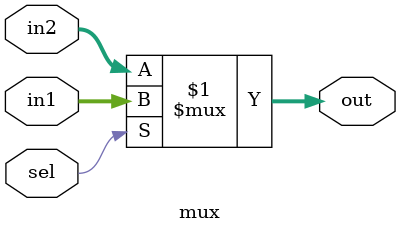
<source format=sv>
module mux #( parameter WIDTH = 32)(
    input  logic [WIDTH-1:0] in1,
    input  logic [WIDTH-1:0] in2,       // array of N inputs
    input  logic sel,      // select
    output logic [WIDTH-1:0] out                   // mux output
);

    // Combinational logic 
assign out = (sel) ? in1 : in2; //0 = in_2

endmodule
</source>
